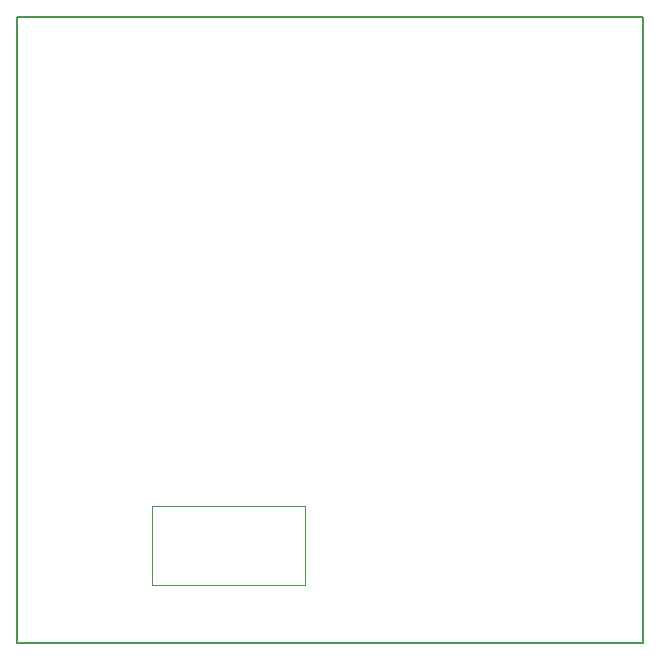
<source format=gbr>
%TF.GenerationSoftware,KiCad,Pcbnew,9.0.6*%
%TF.CreationDate,2025-12-31T21:00:04+02:00*%
%TF.ProjectId,MiPi,4d695069-2e6b-4696-9361-645f70636258,1.0*%
%TF.SameCoordinates,Original*%
%TF.FileFunction,Profile,NP*%
%FSLAX46Y46*%
G04 Gerber Fmt 4.6, Leading zero omitted, Abs format (unit mm)*
G04 Created by KiCad (PCBNEW 9.0.6) date 2025-12-31 21:00:04*
%MOMM*%
%LPD*%
G01*
G04 APERTURE LIST*
%TA.AperFunction,Profile*%
%ADD10C,0.200000*%
%TD*%
%TA.AperFunction,Profile*%
%ADD11C,0.100000*%
%TD*%
G04 APERTURE END LIST*
D10*
X74900000Y-57650000D02*
X127900000Y-57650000D01*
X127900000Y-110650000D01*
X74900000Y-110650000D01*
X74900000Y-57650000D01*
D11*
X86300000Y-99040000D02*
X99300000Y-99040000D01*
X99300000Y-105700000D01*
X86300000Y-105700000D01*
X86300000Y-99040000D01*
M02*

</source>
